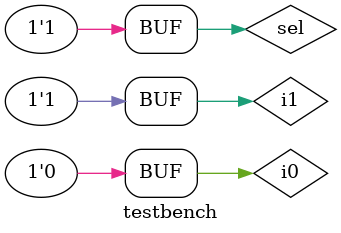
<source format=v>
module testbench ;
  reg sel, i0, i1;
  wire y;
  
  mux2to1 mux(.sel(sel), .i0(i0), .i1(i1), .y(y));
  
  initial begin
    $monitor("sel = %h, i0 = %h, i1 = %h, y = %h", sel, i0, i1, y);
    $dumpvars;
    i0 = 0; i1 = 1;
    sel = 0;
    #1;
    sel = 1;
    #1;
       
  end
endmodule

</source>
